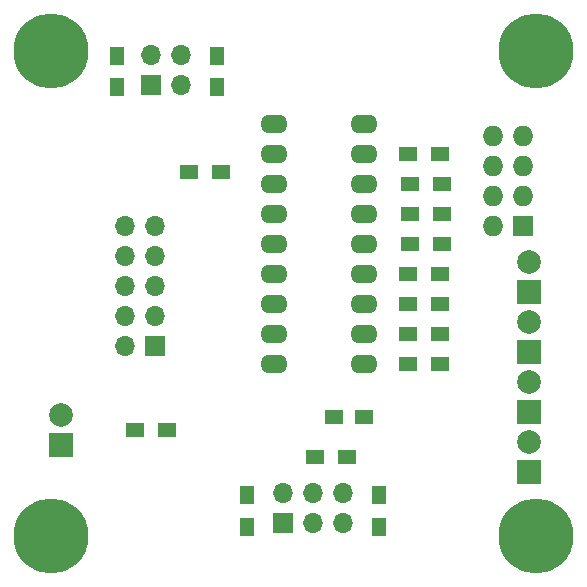
<source format=gts>
%TF.GenerationSoftware,KiCad,Pcbnew,(6.0.1)*%
%TF.CreationDate,2022-05-17T17:55:12-04:00*%
%TF.ProjectId,I2CIO-8,49324349-4f2d-4382-9e6b-696361645f70,X3*%
%TF.SameCoordinates,Original*%
%TF.FileFunction,Soldermask,Top*%
%TF.FilePolarity,Negative*%
%FSLAX46Y46*%
G04 Gerber Fmt 4.6, Leading zero omitted, Abs format (unit mm)*
G04 Created by KiCad (PCBNEW (6.0.1)) date 2022-05-17 17:55:12*
%MOMM*%
%LPD*%
G01*
G04 APERTURE LIST*
%ADD10R,1.300000X1.500000*%
%ADD11R,1.500000X1.300000*%
%ADD12O,2.300000X1.600000*%
%ADD13R,1.500000X1.250000*%
%ADD14R,1.727200X1.727200*%
%ADD15O,1.727200X1.727200*%
%ADD16R,2.000000X2.000000*%
%ADD17C,2.000000*%
%ADD18C,6.350000*%
%ADD19R,1.700000X1.700000*%
%ADD20O,1.700000X1.700000*%
G04 APERTURE END LIST*
D10*
%TO.C,R12*%
X20574000Y-44276000D03*
X20574000Y-41576000D03*
%TD*%
D11*
%TO.C,R13*%
X29036000Y-38354000D03*
X26336000Y-38354000D03*
%TD*%
D10*
%TO.C,R14*%
X31750000Y-44276000D03*
X31750000Y-41576000D03*
%TD*%
%TO.C,R1*%
X9525000Y-7065000D03*
X9525000Y-4365000D03*
%TD*%
%TO.C,R2*%
X18034000Y-7065000D03*
X18034000Y-4365000D03*
%TD*%
D11*
%TO.C,R11*%
X11096000Y-36068000D03*
X13796000Y-36068000D03*
%TD*%
%TO.C,R3*%
X34210000Y-12700000D03*
X36910000Y-12700000D03*
%TD*%
%TO.C,R4*%
X34337000Y-15240000D03*
X37037000Y-15240000D03*
%TD*%
%TO.C,R5*%
X34337000Y-17780000D03*
X37037000Y-17780000D03*
%TD*%
%TO.C,R6*%
X34337000Y-20320000D03*
X37037000Y-20320000D03*
%TD*%
%TO.C,R7*%
X36910000Y-22860000D03*
X34210000Y-22860000D03*
%TD*%
%TO.C,R8*%
X36910000Y-25400000D03*
X34210000Y-25400000D03*
%TD*%
%TO.C,R9*%
X36910000Y-27940000D03*
X34210000Y-27940000D03*
%TD*%
%TO.C,R10*%
X36910000Y-30480000D03*
X34210000Y-30480000D03*
%TD*%
D12*
%TO.C,U1*%
X22860000Y-10160000D03*
X22860000Y-12700000D03*
X22860000Y-15240000D03*
X22860000Y-17780000D03*
X22860000Y-20320000D03*
X22860000Y-22860000D03*
X22860000Y-25400000D03*
X22860000Y-27940000D03*
X22860000Y-30480000D03*
X30480000Y-30480000D03*
X30480000Y-27940000D03*
X30480000Y-25400000D03*
X30480000Y-22860000D03*
X30480000Y-20320000D03*
X30480000Y-17780000D03*
X30480000Y-15240000D03*
X30480000Y-12700000D03*
X30480000Y-10160000D03*
%TD*%
D11*
%TO.C,R15*%
X15668000Y-14224000D03*
X18368000Y-14224000D03*
%TD*%
D13*
%TO.C,C1*%
X27960000Y-34925000D03*
X30460000Y-34925000D03*
%TD*%
D14*
%TO.C,H3*%
X43942000Y-18796000D03*
D15*
X41402000Y-18796000D03*
X43942000Y-16256000D03*
X41402000Y-16256000D03*
X43942000Y-13716000D03*
X41402000Y-13716000D03*
X43942000Y-11176000D03*
X41402000Y-11176000D03*
%TD*%
D16*
%TO.C,D0*%
X44450000Y-39654000D03*
D17*
X44450000Y-37114000D03*
%TD*%
D16*
%TO.C,D1*%
X44450000Y-34574000D03*
D17*
X44450000Y-32034000D03*
%TD*%
D16*
%TO.C,D2*%
X44450000Y-29494000D03*
D17*
X44450000Y-26954000D03*
%TD*%
D16*
%TO.C,D3*%
X44450000Y-24384000D03*
D17*
X44450000Y-21844000D03*
%TD*%
D16*
%TO.C,D9*%
X4776000Y-37368000D03*
D17*
X4776000Y-34828000D03*
%TD*%
D18*
%TO.C,MTG1*%
X45000000Y-45000000D03*
%TD*%
D19*
%TO.C,H1*%
X12441000Y-6863000D03*
D20*
X12441000Y-4323000D03*
X14981000Y-6863000D03*
X14981000Y-4323000D03*
%TD*%
D19*
%TO.C,J1*%
X12762000Y-28951000D03*
D20*
X10222000Y-28951000D03*
X12762000Y-26411000D03*
X10222000Y-26411000D03*
X12762000Y-23871000D03*
X10222000Y-23871000D03*
X12762000Y-21331000D03*
X10222000Y-21331000D03*
X12762000Y-18791000D03*
X10222000Y-18791000D03*
%TD*%
D19*
%TO.C,H2*%
X23622000Y-43942000D03*
D20*
X23622000Y-41402000D03*
X26162000Y-43942000D03*
X26162000Y-41402000D03*
X28702000Y-43942000D03*
X28702000Y-41402000D03*
%TD*%
D18*
%TO.C,MTG2*%
X4000000Y-4000000D03*
%TD*%
%TO.C,MTG4*%
X45000000Y-4000000D03*
%TD*%
%TO.C,MTG3*%
X4000000Y-45000000D03*
%TD*%
M02*

</source>
